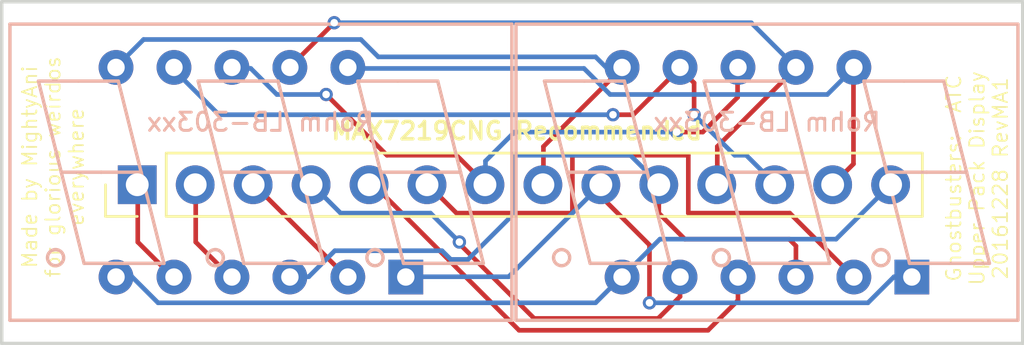
<source format=kicad_pcb>
(kicad_pcb (version 4) (host pcbnew 4.0.4-stable)

  (general
    (links 22)
    (no_connects 0)
    (area 132.924999 95.674999 177.825001 110.825001)
    (thickness 1.6)
    (drawings 8)
    (tracks 145)
    (zones 0)
    (modules 3)
    (nets 15)
  )

  (page A4)
  (layers
    (0 F.Cu signal)
    (31 B.Cu signal)
    (32 B.Adhes user)
    (33 F.Adhes user)
    (34 B.Paste user)
    (35 F.Paste user)
    (36 B.SilkS user)
    (37 F.SilkS user)
    (38 B.Mask user)
    (39 F.Mask user)
    (40 Dwgs.User user)
    (41 Cmts.User user)
    (42 Eco1.User user)
    (43 Eco2.User user)
    (44 Edge.Cuts user)
    (45 Margin user)
    (46 B.CrtYd user)
    (47 F.CrtYd user)
    (48 B.Fab user)
    (49 F.Fab user)
  )

  (setup
    (last_trace_width 0.2032)
    (trace_clearance 0.254)
    (zone_clearance 0.508)
    (zone_45_only no)
    (trace_min 0.2032)
    (segment_width 0.2)
    (edge_width 0.15)
    (via_size 0.5842)
    (via_drill 0.3302)
    (via_min_size 0.5842)
    (via_min_drill 0.3302)
    (uvia_size 0.3)
    (uvia_drill 0.1)
    (uvias_allowed no)
    (uvia_min_size 0.2)
    (uvia_min_drill 0.1)
    (pcb_text_width 0.3)
    (pcb_text_size 1.5 1.5)
    (mod_edge_width 0.15)
    (mod_text_size 1 1)
    (mod_text_width 0.15)
    (pad_size 1.524 1.524)
    (pad_drill 0.762)
    (pad_to_mask_clearance 0.2)
    (aux_axis_origin 132.9817 95.7326)
    (visible_elements 7FFFFFFF)
    (pcbplotparams
      (layerselection 0x010f0_80000001)
      (usegerberextensions true)
      (excludeedgelayer true)
      (linewidth 0.100000)
      (plotframeref false)
      (viasonmask false)
      (mode 1)
      (useauxorigin false)
      (hpglpennumber 1)
      (hpglpenspeed 20)
      (hpglpendiameter 15)
      (hpglpenoverlay 2)
      (psnegative false)
      (psa4output false)
      (plotreference true)
      (plotvalue true)
      (plotinvisibletext false)
      (padsonsilk false)
      (subtractmaskfromsilk true)
      (outputformat 1)
      (mirror false)
      (drillshape 0)
      (scaleselection 1)
      (outputdirectory GERBERS/))
  )

  (net 0 "")
  (net 1 "Net-(AFF1-Pad1)")
  (net 2 "Net-(AFF1-Pad2)")
  (net 3 "Net-(AFF1-Pad3)")
  (net 4 "Net-(AFF1-Pad4)")
  (net 5 "Net-(AFF1-Pad5)")
  (net 6 "Net-(AFF1-Pad6)")
  (net 7 "Net-(AFF1-Pad7)")
  (net 8 "Net-(AFF1-Pad8)")
  (net 9 "Net-(AFF1-Pad9)")
  (net 10 "Net-(AFF1-Pad10)")
  (net 11 "Net-(AFF1-Pad11)")
  (net 12 "Net-(AFF2-Pad2)")
  (net 13 "Net-(AFF2-Pad4)")
  (net 14 "Net-(AFF2-Pad5)")

  (net_class Default "This is the default net class."
    (clearance 0.254)
    (trace_width 0.2032)
    (via_dia 0.5842)
    (via_drill 0.3302)
    (uvia_dia 0.3)
    (uvia_drill 0.1)
    (add_net "Net-(AFF1-Pad1)")
    (add_net "Net-(AFF1-Pad10)")
    (add_net "Net-(AFF1-Pad11)")
    (add_net "Net-(AFF1-Pad2)")
    (add_net "Net-(AFF1-Pad3)")
    (add_net "Net-(AFF1-Pad4)")
    (add_net "Net-(AFF1-Pad5)")
    (add_net "Net-(AFF1-Pad6)")
    (add_net "Net-(AFF1-Pad7)")
    (add_net "Net-(AFF1-Pad8)")
    (add_net "Net-(AFF1-Pad9)")
    (add_net "Net-(AFF2-Pad2)")
    (add_net "Net-(AFF2-Pad4)")
    (add_net "Net-(AFF2-Pad5)")
  )

  (module GhostbustersReboot:MovieAccurateTopDisp (layer B.Cu) (tedit 586437F6) (tstamp 5863F075)
    (at 166.5404 103.234 180)
    (path /5863167D)
    (fp_text reference AFF1 (at -8.25 5.5 180) (layer B.SilkS) hide
      (effects (font (size 1 1) (thickness 0.15)) (justify mirror))
    )
    (fp_text value "Rohm LB-303xx" (at 0 2.2 180) (layer B.SilkS)
      (effects (font (size 0.8 0.8) (thickness 0.127)) (justify mirror))
    )
    (fp_circle (center -5 -3.75) (end -4.75 -4) (layer B.SilkS) (width 0.15))
    (fp_circle (center 2 -3.75) (end 2.25 -4) (layer B.SilkS) (width 0.15))
    (fp_circle (center 9 -3.75) (end 9.25 -4) (layer B.SilkS) (width 0.15))
    (fp_line (start -5.25 0) (end -6.25 -4) (layer B.SilkS) (width 0.15))
    (fp_line (start -8.75 0) (end -7.75 4) (layer B.SilkS) (width 0.15))
    (fp_line (start -8 -4) (end -9.75 -4) (layer B.SilkS) (width 0.15))
    (fp_line (start -7 0) (end -8.75 0) (layer B.SilkS) (width 0.15))
    (fp_line (start -6.25 -4) (end -8 -4) (layer B.SilkS) (width 0.15))
    (fp_line (start -5.25 0) (end -7 0) (layer B.SilkS) (width 0.15))
    (fp_line (start -4.25 4) (end -6 4) (layer B.SilkS) (width 0.15))
    (fp_line (start -6 4) (end -7.75 4) (layer B.SilkS) (width 0.15))
    (fp_line (start 7.75 -4) (end 8.75 0) (layer B.SilkS) (width 0.15))
    (fp_line (start 8.75 0) (end 9.75 4) (layer B.SilkS) (width 0.15))
    (fp_line (start 8.75 0) (end 7 0) (layer B.SilkS) (width 0.15))
    (fp_line (start 7.75 -4) (end 6 -4) (layer B.SilkS) (width 0.15))
    (fp_line (start 6 -4) (end 4.25 -4) (layer B.SilkS) (width 0.15))
    (fp_line (start 7 0) (end 5.25 0) (layer B.SilkS) (width 0.15))
    (fp_line (start 9.75 4) (end 8 4) (layer B.SilkS) (width 0.15))
    (fp_line (start 8 4) (end 6.25 4) (layer B.SilkS) (width 0.15))
    (fp_line (start 2.75 4) (end 0.75 -4) (layer B.SilkS) (width 0.15))
    (fp_line (start -0.75 4) (end -2.75 -4) (layer B.SilkS) (width 0.15))
    (fp_line (start -1 -4) (end 0.75 -4) (layer B.SilkS) (width 0.15))
    (fp_line (start -1 -4) (end -2.75 -4) (layer B.SilkS) (width 0.15))
    (fp_line (start 1 4) (end 2.75 4) (layer B.SilkS) (width 0.15))
    (fp_line (start 1 4) (end -0.75 4) (layer B.SilkS) (width 0.15))
    (fp_line (start 0 0) (end 1.75 0) (layer B.SilkS) (width 0.15))
    (fp_line (start 0 0) (end -1.75 0) (layer B.SilkS) (width 0.15))
    (fp_line (start -8.75 0) (end -9.75 -4) (layer B.SilkS) (width 0.15))
    (fp_line (start -5.25 0) (end -4.25 4) (layer B.SilkS) (width 0.15))
    (fp_line (start 5.25 0) (end 4.25 -4) (layer B.SilkS) (width 0.15))
    (fp_line (start 5.25 0) (end 6.25 4) (layer B.SilkS) (width 0.15))
    (fp_line (start -11 6.5) (end 11 6.5) (layer B.SilkS) (width 0.15))
    (fp_line (start 11 6.5) (end 11 -6.5) (layer B.SilkS) (width 0.15))
    (fp_line (start 11 -6.5) (end -11 -6.5) (layer B.SilkS) (width 0.15))
    (fp_line (start -11 -6.5) (end -11 6.5) (layer B.SilkS) (width 0.15))
    (pad 1 thru_hole rect (at -6.35 -4.6 180) (size 1.524 1.524) (drill 0.762) (layers *.Cu *.Mask)
      (net 1 "Net-(AFF1-Pad1)"))
    (pad 2 thru_hole circle (at -3.81 -4.6 180) (size 1.524 1.524) (drill 0.762) (layers *.Cu *.Mask)
      (net 2 "Net-(AFF1-Pad2)"))
    (pad 3 thru_hole circle (at -1.27 -4.6 180) (size 1.524 1.524) (drill 0.762) (layers *.Cu *.Mask)
      (net 3 "Net-(AFF1-Pad3)"))
    (pad 4 thru_hole circle (at 1.27 -4.6 180) (size 1.524 1.524) (drill 0.762) (layers *.Cu *.Mask)
      (net 4 "Net-(AFF1-Pad4)"))
    (pad 5 thru_hole circle (at 3.81 -4.6 180) (size 1.524 1.524) (drill 0.762) (layers *.Cu *.Mask)
      (net 5 "Net-(AFF1-Pad5)"))
    (pad 6 thru_hole circle (at 6.35 -4.6 180) (size 1.524 1.524) (drill 0.762) (layers *.Cu *.Mask)
      (net 6 "Net-(AFF1-Pad6)"))
    (pad 7 thru_hole circle (at 6.35 4.6 180) (size 1.524 1.524) (drill 0.762) (layers *.Cu *.Mask)
      (net 7 "Net-(AFF1-Pad7)"))
    (pad 8 thru_hole circle (at 3.81 4.6 180) (size 1.524 1.524) (drill 0.762) (layers *.Cu *.Mask)
      (net 8 "Net-(AFF1-Pad8)"))
    (pad 9 thru_hole circle (at 1.27 4.6 180) (size 1.524 1.524) (drill 0.762) (layers *.Cu *.Mask)
      (net 9 "Net-(AFF1-Pad9)"))
    (pad 10 thru_hole circle (at -1.27 4.6 180) (size 1.524 1.524) (drill 0.762) (layers *.Cu *.Mask)
      (net 10 "Net-(AFF1-Pad10)"))
    (pad 11 thru_hole circle (at -3.81 4.6 180) (size 1.524 1.524) (drill 0.762) (layers *.Cu *.Mask)
      (net 11 "Net-(AFF1-Pad11)"))
  )

  (module GhostbustersReboot:MovieAccurateTopDisp (layer B.Cu) (tedit 586437ED) (tstamp 5863F0A7)
    (at 144.3604 103.234 180)
    (path /58631C0E)
    (fp_text reference AFF2 (at -8.43 5.5 180) (layer B.SilkS) hide
      (effects (font (size 1 1) (thickness 0.15)) (justify mirror))
    )
    (fp_text value "Rohm LB-303xx" (at 0.02 2.2 180) (layer B.SilkS)
      (effects (font (size 0.8 0.8) (thickness 0.127)) (justify mirror))
    )
    (fp_circle (center -5 -3.75) (end -4.75 -4) (layer B.SilkS) (width 0.15))
    (fp_circle (center 2 -3.75) (end 2.25 -4) (layer B.SilkS) (width 0.15))
    (fp_circle (center 9 -3.75) (end 9.25 -4) (layer B.SilkS) (width 0.15))
    (fp_line (start -5.25 0) (end -6.25 -4) (layer B.SilkS) (width 0.15))
    (fp_line (start -8.75 0) (end -7.75 4) (layer B.SilkS) (width 0.15))
    (fp_line (start -8 -4) (end -9.75 -4) (layer B.SilkS) (width 0.15))
    (fp_line (start -7 0) (end -8.75 0) (layer B.SilkS) (width 0.15))
    (fp_line (start -6.25 -4) (end -8 -4) (layer B.SilkS) (width 0.15))
    (fp_line (start -5.25 0) (end -7 0) (layer B.SilkS) (width 0.15))
    (fp_line (start -4.25 4) (end -6 4) (layer B.SilkS) (width 0.15))
    (fp_line (start -6 4) (end -7.75 4) (layer B.SilkS) (width 0.15))
    (fp_line (start 7.75 -4) (end 8.75 0) (layer B.SilkS) (width 0.15))
    (fp_line (start 8.75 0) (end 9.75 4) (layer B.SilkS) (width 0.15))
    (fp_line (start 8.75 0) (end 7 0) (layer B.SilkS) (width 0.15))
    (fp_line (start 7.75 -4) (end 6 -4) (layer B.SilkS) (width 0.15))
    (fp_line (start 6 -4) (end 4.25 -4) (layer B.SilkS) (width 0.15))
    (fp_line (start 7 0) (end 5.25 0) (layer B.SilkS) (width 0.15))
    (fp_line (start 9.75 4) (end 8 4) (layer B.SilkS) (width 0.15))
    (fp_line (start 8 4) (end 6.25 4) (layer B.SilkS) (width 0.15))
    (fp_line (start 2.75 4) (end 0.75 -4) (layer B.SilkS) (width 0.15))
    (fp_line (start -0.75 4) (end -2.75 -4) (layer B.SilkS) (width 0.15))
    (fp_line (start -1 -4) (end 0.75 -4) (layer B.SilkS) (width 0.15))
    (fp_line (start -1 -4) (end -2.75 -4) (layer B.SilkS) (width 0.15))
    (fp_line (start 1 4) (end 2.75 4) (layer B.SilkS) (width 0.15))
    (fp_line (start 1 4) (end -0.75 4) (layer B.SilkS) (width 0.15))
    (fp_line (start 0 0) (end 1.75 0) (layer B.SilkS) (width 0.15))
    (fp_line (start 0 0) (end -1.75 0) (layer B.SilkS) (width 0.15))
    (fp_line (start -8.75 0) (end -9.75 -4) (layer B.SilkS) (width 0.15))
    (fp_line (start -5.25 0) (end -4.25 4) (layer B.SilkS) (width 0.15))
    (fp_line (start 5.25 0) (end 4.25 -4) (layer B.SilkS) (width 0.15))
    (fp_line (start 5.25 0) (end 6.25 4) (layer B.SilkS) (width 0.15))
    (fp_line (start -11 6.5) (end 11 6.5) (layer B.SilkS) (width 0.15))
    (fp_line (start 11 6.5) (end 11 -6.5) (layer B.SilkS) (width 0.15))
    (fp_line (start 11 -6.5) (end -11 -6.5) (layer B.SilkS) (width 0.15))
    (fp_line (start -11 -6.5) (end -11 6.5) (layer B.SilkS) (width 0.15))
    (pad 1 thru_hole rect (at -6.35 -4.6 180) (size 1.524 1.524) (drill 0.762) (layers *.Cu *.Mask)
      (net 1 "Net-(AFF1-Pad1)"))
    (pad 2 thru_hole circle (at -3.81 -4.6 180) (size 1.524 1.524) (drill 0.762) (layers *.Cu *.Mask)
      (net 12 "Net-(AFF2-Pad2)"))
    (pad 3 thru_hole circle (at -1.27 -4.6 180) (size 1.524 1.524) (drill 0.762) (layers *.Cu *.Mask)
      (net 3 "Net-(AFF1-Pad3)"))
    (pad 4 thru_hole circle (at 1.27 -4.6 180) (size 1.524 1.524) (drill 0.762) (layers *.Cu *.Mask)
      (net 13 "Net-(AFF2-Pad4)"))
    (pad 5 thru_hole circle (at 3.81 -4.6 180) (size 1.524 1.524) (drill 0.762) (layers *.Cu *.Mask)
      (net 14 "Net-(AFF2-Pad5)"))
    (pad 6 thru_hole circle (at 6.35 -4.6 180) (size 1.524 1.524) (drill 0.762) (layers *.Cu *.Mask)
      (net 6 "Net-(AFF1-Pad6)"))
    (pad 7 thru_hole circle (at 6.35 4.6 180) (size 1.524 1.524) (drill 0.762) (layers *.Cu *.Mask)
      (net 7 "Net-(AFF1-Pad7)"))
    (pad 8 thru_hole circle (at 3.81 4.6 180) (size 1.524 1.524) (drill 0.762) (layers *.Cu *.Mask)
      (net 8 "Net-(AFF1-Pad8)"))
    (pad 9 thru_hole circle (at 1.27 4.6 180) (size 1.524 1.524) (drill 0.762) (layers *.Cu *.Mask)
      (net 9 "Net-(AFF1-Pad9)"))
    (pad 10 thru_hole circle (at -1.27 4.6 180) (size 1.524 1.524) (drill 0.762) (layers *.Cu *.Mask)
      (net 10 "Net-(AFF1-Pad10)"))
    (pad 11 thru_hole circle (at -3.81 4.6 180) (size 1.524 1.524) (drill 0.762) (layers *.Cu *.Mask)
      (net 11 "Net-(AFF1-Pad11)"))
  )

  (module Pin_Headers:Pin_Header_Straight_1x14_Pitch2.54mm (layer F.Cu) (tedit 58643989) (tstamp 5864071E)
    (at 138.9404 103.784 90)
    (descr "Through hole straight pin header, 1x14, 2.54mm pitch, single row")
    (tags "Through hole pin header THT 1x14 2.54mm single row")
    (path /5864C996)
    (fp_text reference PH1 (at -1.8165 0.0992 180) (layer F.SilkS) hide
      (effects (font (size 0.508 0.508) (thickness 0.127)))
    )
    (fp_text value CONN_01X14 (at 2.284 30.3096 180) (layer F.Fab) hide
      (effects (font (size 1 1) (thickness 0.15)))
    )
    (fp_line (start -1.27 -1.27) (end -1.27 34.29) (layer F.Fab) (width 0.1))
    (fp_line (start -1.27 34.29) (end 1.27 34.29) (layer F.Fab) (width 0.1))
    (fp_line (start 1.27 34.29) (end 1.27 -1.27) (layer F.Fab) (width 0.1))
    (fp_line (start 1.27 -1.27) (end -1.27 -1.27) (layer F.Fab) (width 0.1))
    (fp_line (start -1.39 1.27) (end -1.39 34.41) (layer F.SilkS) (width 0.12))
    (fp_line (start -1.39 34.41) (end 1.39 34.41) (layer F.SilkS) (width 0.12))
    (fp_line (start 1.39 34.41) (end 1.39 1.27) (layer F.SilkS) (width 0.12))
    (fp_line (start 1.39 1.27) (end -1.39 1.27) (layer F.SilkS) (width 0.12))
    (fp_line (start -1.39 0) (end -1.39 -1.39) (layer F.SilkS) (width 0.12))
    (fp_line (start -1.39 -1.39) (end 0 -1.39) (layer F.SilkS) (width 0.12))
    (fp_line (start -1.6 -1.6) (end -1.6 34.6) (layer F.CrtYd) (width 0.05))
    (fp_line (start -1.6 34.6) (end 1.6 34.6) (layer F.CrtYd) (width 0.05))
    (fp_line (start 1.6 34.6) (end 1.6 -1.6) (layer F.CrtYd) (width 0.05))
    (fp_line (start 1.6 -1.6) (end -1.6 -1.6) (layer F.CrtYd) (width 0.05))
    (pad 1 thru_hole rect (at 0 0 90) (size 1.7 1.7) (drill 1) (layers *.Cu *.Mask)
      (net 14 "Net-(AFF2-Pad5)"))
    (pad 2 thru_hole oval (at 0 2.54 90) (size 1.7 1.7) (drill 1) (layers *.Cu *.Mask)
      (net 13 "Net-(AFF2-Pad4)"))
    (pad 3 thru_hole oval (at 0 5.08 90) (size 1.7 1.7) (drill 1) (layers *.Cu *.Mask)
      (net 12 "Net-(AFF2-Pad2)"))
    (pad 4 thru_hole oval (at 0 7.62 90) (size 1.7 1.7) (drill 1) (layers *.Cu *.Mask)
      (net 5 "Net-(AFF1-Pad5)"))
    (pad 5 thru_hole oval (at 0 10.16 90) (size 1.7 1.7) (drill 1) (layers *.Cu *.Mask)
      (net 4 "Net-(AFF1-Pad4)"))
    (pad 6 thru_hole oval (at 0 12.7 90) (size 1.7 1.7) (drill 1) (layers *.Cu *.Mask)
      (net 2 "Net-(AFF1-Pad2)"))
    (pad 7 thru_hole oval (at 0 15.24 90) (size 1.7 1.7) (drill 1) (layers *.Cu *.Mask)
      (net 9 "Net-(AFF1-Pad9)"))
    (pad 8 thru_hole oval (at 0 17.78 90) (size 1.7 1.7) (drill 1) (layers *.Cu *.Mask)
      (net 7 "Net-(AFF1-Pad7)"))
    (pad 9 thru_hole oval (at 0 20.32 90) (size 1.7 1.7) (drill 1) (layers *.Cu *.Mask)
      (net 1 "Net-(AFF1-Pad1)"))
    (pad 10 thru_hole oval (at 0 22.86 90) (size 1.7 1.7) (drill 1) (layers *.Cu *.Mask)
      (net 3 "Net-(AFF1-Pad3)"))
    (pad 11 thru_hole oval (at 0 25.4 90) (size 1.7 1.7) (drill 1) (layers *.Cu *.Mask)
      (net 10 "Net-(AFF1-Pad10)"))
    (pad 12 thru_hole oval (at 0 27.94 90) (size 1.7 1.7) (drill 1) (layers *.Cu *.Mask)
      (net 8 "Net-(AFF1-Pad8)"))
    (pad 13 thru_hole oval (at 0 30.48 90) (size 1.7 1.7) (drill 1) (layers *.Cu *.Mask)
      (net 11 "Net-(AFF1-Pad11)"))
    (pad 14 thru_hole oval (at 0 33.02 90) (size 1.7 1.7) (drill 1) (layers *.Cu *.Mask)
      (net 6 "Net-(AFF1-Pad6)"))
    (model Pin_Headers.3dshapes/Pin_Header_Straight_1x14_Pitch2.54mm.wrl
      (at (xyz 0 -0.65 0))
      (scale (xyz 1 1 1))
      (rotate (xyz 0 0 90))
    )
  )

  (gr_text "MAX7219CNG Recommended" (at 155.575 101.4222) (layer F.SilkS)
    (effects (font (size 0.762 0.762) (thickness 0.1524)))
  )
  (gr_text "Ghostbusters:  ATC\nUpper Pack Display\n20161228 RevMA1" (at 175.75 103.5 90) (layer F.SilkS)
    (effects (font (size 0.635 0.635) (thickness 0.0762)))
  )
  (gr_line (start 177.75 110.75) (end 133 110.75) (angle 90) (layer Edge.Cuts) (width 0.15))
  (gr_line (start 177.5 95.75) (end 177.75 95.75) (angle 90) (layer Edge.Cuts) (width 0.15))
  (gr_line (start 133 95.75) (end 177.5 95.75) (angle 90) (layer Edge.Cuts) (width 0.15))
  (gr_line (start 177.75 110.75) (end 177.75 95.75) (angle 90) (layer Edge.Cuts) (width 0.15))
  (gr_line (start 133 95.75) (end 133 110.75) (angle 90) (layer Edge.Cuts) (width 0.15))
  (gr_text "Made by MightyAni\nfor glorious weirdos\neverywhere" (at 135.25 103 90) (layer F.SilkS)
    (effects (font (size 0.635 0.635) (thickness 0.0762)))
  )

  (segment (start 161.3916 108.966) (end 170.9674 108.966) (width 0.2032) (layer B.Cu) (net 1) (status 80000))
  (segment (start 170.9674 108.966) (end 172.1104 107.823) (width 0.2032) (layer B.Cu) (net 1) (tstamp 58642337))
  (segment (start 172.8724 107.823) (end 172.1104 107.823) (width 0.2032) (layer B.Cu) (net 1) (status 80010))
  (via (at 161.3916 108.966) (size 0.5842) (layers F.Cu B.Cu) (net 1) (status 80000))
  (segment (start 161.3916 106.426) (end 161.3916 108.966) (width 0.2032) (layer F.Cu) (net 1) (tstamp 58642313))
  (segment (start 161.3916 106.426) (end 159.2604 104.2948) (width 0.2032) (layer F.Cu) (net 1) (tstamp 58642310) (status 20))
  (segment (start 159.2604 103.784) (end 159.2604 104.2948) (width 0.2032) (layer F.Cu) (net 1) (status 30))
  (segment (start 159.2604 103.784) (end 159.2834 103.759) (width 0.2032) (layer F.Cu) (net 1) (status 80030))
  (segment (start 172.8724 107.823) (end 172.8904 107.834) (width 0.2032) (layer B.Cu) (net 1) (tstamp 58642170) (status 80030))
  (segment (start 159.2604 103.784) (end 159.2834 103.759) (width 0.2032) (layer B.Cu) (net 1) (status 80030))
  (segment (start 159.2834 103.759) (end 155.2194 107.823) (width 0.2032) (layer B.Cu) (net 1) (status 80010))
  (segment (start 155.2194 107.823) (end 150.6474 107.823) (width 0.2032) (layer B.Cu) (net 1) (status 80020))
  (segment (start 150.6474 107.823) (end 150.7104 107.834) (width 0.2032) (layer B.Cu) (net 1) (tstamp 5864216E) (status 80030))
  (segment (start 151.6404 103.784) (end 151.6634 103.759) (width 0.2032) (layer F.Cu) (net 2) (status 80030))
  (segment (start 151.6634 103.759) (end 152.9334 105.029) (width 0.2032) (layer F.Cu) (net 2) (status 80010))
  (segment (start 152.9334 105.029) (end 158.0134 105.029) (width 0.2032) (layer F.Cu) (net 2) (status 80000))
  (segment (start 158.0134 105.029) (end 158.0134 102.489) (width 0.2032) (layer F.Cu) (net 2) (status 80000))
  (segment (start 158.0134 102.489) (end 163.0934 102.489) (width 0.2032) (layer F.Cu) (net 2) (status 80000))
  (segment (start 163.0934 102.489) (end 163.0934 105.029) (width 0.2032) (layer F.Cu) (net 2) (status 80000))
  (segment (start 163.0934 105.029) (end 167.5384 105.029) (width 0.2032) (layer F.Cu) (net 2) (status 80000))
  (segment (start 167.5384 105.029) (end 170.3324 107.823) (width 0.2032) (layer F.Cu) (net 2) (status 80020))
  (segment (start 170.3324 107.823) (end 170.3504 107.834) (width 0.2032) (layer F.Cu) (net 2) (tstamp 58642176) (status 80030))
  (segment (start 161.8004 103.784) (end 161.8004 105.0314) (width 0.2032) (layer F.Cu) (net 3) (status 10))
  (segment (start 167.8104 106.4694) (end 167.8104 107.834) (width 0.2032) (layer F.Cu) (net 3) (tstamp 58642A8A) (status 20))
  (segment (start 167.513 106.172) (end 167.8104 106.4694) (width 0.2032) (layer F.Cu) (net 3) (tstamp 58642A86))
  (segment (start 162.941 106.172) (end 167.513 106.172) (width 0.2032) (layer F.Cu) (net 3) (tstamp 58642A80))
  (segment (start 161.8004 105.0314) (end 162.941 106.172) (width 0.2032) (layer F.Cu) (net 3) (tstamp 58642A7A))
  (segment (start 153.4414 107.061) (end 152.6794 107.061) (width 0.2032) (layer B.Cu) (net 3))
  (segment (start 152.6794 107.061) (end 152.2984 106.68) (width 0.2032) (layer B.Cu) (net 3) (tstamp 58642364))
  (segment (start 152.2984 106.68) (end 147.5994 106.68) (width 0.2032) (layer B.Cu) (net 3))
  (segment (start 146.4564 107.823) (end 145.5674 107.823) (width 0.2032) (layer B.Cu) (net 3) (status 80020))
  (segment (start 147.5994 106.68) (end 146.4564 107.823) (width 0.2032) (layer B.Cu) (net 3) (status 80000))
  (segment (start 155.4734 105.029) (end 153.4414 107.061) (width 0.2032) (layer B.Cu) (net 3) (status 80000))
  (segment (start 155.4734 102.489) (end 155.4734 105.029) (width 0.2032) (layer B.Cu) (net 3) (status 80000))
  (segment (start 160.5534 102.489) (end 155.4734 102.489) (width 0.2032) (layer B.Cu) (net 3) (status 80000))
  (segment (start 161.8234 103.759) (end 160.5534 102.489) (width 0.2032) (layer B.Cu) (net 3) (status 80010))
  (segment (start 161.8004 103.784) (end 161.8234 103.759) (width 0.2032) (layer B.Cu) (net 3) (status 80030))
  (segment (start 145.5674 107.823) (end 145.6304 107.834) (width 0.2032) (layer B.Cu) (net 3) (tstamp 58642173) (status 80030))
  (segment (start 167.7924 107.823) (end 167.8104 107.834) (width 0.2032) (layer B.Cu) (net 3) (tstamp 5864216B) (status 80030))
  (segment (start 155.6766 110.1725) (end 163.957 110.1725) (width 0.2032) (layer F.Cu) (net 4))
  (segment (start 165.2704 108.8591) (end 165.2704 107.834) (width 0.2032) (layer F.Cu) (net 4) (tstamp 58642A45) (status 20))
  (segment (start 163.957 110.1725) (end 165.2704 108.8591) (width 0.2032) (layer F.Cu) (net 4) (tstamp 58642A43))
  (segment (start 149.1004 103.784) (end 149.3008 103.784) (width 0.2032) (layer F.Cu) (net 4) (status 30))
  (segment (start 149.3008 103.784) (end 155.6766 110.1725) (width 0.2032) (layer F.Cu) (net 4) (tstamp 586422E0) (status 10))
  (segment (start 165.2704 107.834) (end 165.2524 107.823) (width 0.2032) (layer F.Cu) (net 4) (status 80030))
  (segment (start 149.1234 103.759) (end 149.1004 103.784) (width 0.2032) (layer F.Cu) (net 4) (tstamp 58642172) (status 80030))
  (segment (start 162.7304 107.834) (end 162.7304 108.694) (width 0.2032) (layer F.Cu) (net 5) (status 10))
  (segment (start 153.0604 106.3752) (end 156.337 109.6518) (width 0.2032) (layer F.Cu) (net 5) (tstamp 586422C6))
  (segment (start 156.337 109.6518) (end 161.7726 109.6518) (width 0.2032) (layer F.Cu) (net 5) (tstamp 586422CC))
  (via (at 153.0604 106.299) (size 0.5842) (layers F.Cu B.Cu) (net 5) (status 80000))
  (segment (start 153.0604 106.299) (end 151.7904 105.029) (width 0.2032) (layer B.Cu) (net 5) (status 80000))
  (segment (start 151.7904 105.029) (end 147.8534 105.029) (width 0.2032) (layer B.Cu) (net 5) (status 80000))
  (segment (start 147.8534 105.029) (end 146.5834 103.759) (width 0.2032) (layer B.Cu) (net 5) (status 80020))
  (segment (start 153.0604 106.299) (end 153.0604 106.3752) (width 0.2032) (layer F.Cu) (net 5))
  (segment (start 162.7304 108.694) (end 161.7726 109.6518) (width 0.2032) (layer F.Cu) (net 5) (tstamp 58642A0B))
  (segment (start 162.7304 107.834) (end 162.7124 107.823) (width 0.2032) (layer F.Cu) (net 5) (status 80030))
  (segment (start 146.5834 103.759) (end 146.5604 103.784) (width 0.2032) (layer B.Cu) (net 5) (tstamp 58642171) (status 80030))
  (segment (start 169.5704 106.172) (end 161.8488 106.172) (width 0.2032) (layer B.Cu) (net 6))
  (segment (start 161.8488 106.172) (end 161.3444 106.6764) (width 0.2032) (layer B.Cu) (net 6) (tstamp 586423A6))
  (segment (start 171.9834 103.759) (end 169.5704 106.172) (width 0.2032) (layer B.Cu) (net 6) (status 80010))
  (segment (start 161.3444 106.6764) (end 161.3444 106.68) (width 0.2032) (layer B.Cu) (net 6) (tstamp 586423A7))
  (segment (start 161.3444 106.68) (end 160.1904 107.834) (width 0.2032) (layer B.Cu) (net 6) (tstamp 58642376) (status 20))
  (segment (start 159.0294 108.966) (end 139.8524 108.966) (width 0.2032) (layer B.Cu) (net 6))
  (segment (start 139.8524 108.966) (end 138.7094 107.823) (width 0.2032) (layer B.Cu) (net 6) (status 80020))
  (segment (start 171.9604 103.784) (end 171.9834 103.759) (width 0.2032) (layer B.Cu) (net 6) (status 80030))
  (segment (start 160.1724 107.823) (end 160.1904 107.834) (width 0.2032) (layer B.Cu) (net 6) (tstamp 5864216F) (status 80030))
  (segment (start 160.1904 107.834) (end 160.1724 107.823) (width 0.2032) (layer B.Cu) (net 6) (status 80030))
  (segment (start 160.1724 107.823) (end 159.0294 108.966) (width 0.2032) (layer B.Cu) (net 6) (status 80010))
  (segment (start 138.7094 107.823) (end 137.9474 107.823) (width 0.2032) (layer B.Cu) (net 6) (status 80030))
  (segment (start 137.9474 107.823) (end 138.0104 107.834) (width 0.2032) (layer B.Cu) (net 6) (tstamp 58642167) (status 80030))
  (segment (start 139.2174 97.409) (end 148.7424 97.409) (width 0.2032) (layer B.Cu) (net 7))
  (segment (start 159.5374 98.679) (end 159.0294 98.171) (width 0.2032) (layer B.Cu) (net 7) (status 80010))
  (segment (start 149.5044 98.171) (end 159.0294 98.171) (width 0.2032) (layer B.Cu) (net 7) (status 80000))
  (segment (start 148.7424 97.409) (end 149.5044 98.171) (width 0.2032) (layer B.Cu) (net 7) (status 80000))
  (segment (start 139.2174 97.409) (end 137.9474 98.679) (width 0.2032) (layer B.Cu) (net 7) (status 80020))
  (segment (start 138.0104 98.634) (end 137.9474 98.679) (width 0.2032) (layer B.Cu) (net 7) (status 80030))
  (segment (start 159.5374 98.679) (end 160.1724 98.679) (width 0.2032) (layer B.Cu) (net 7) (status 80030))
  (segment (start 160.1724 98.679) (end 160.1904 98.634) (width 0.2032) (layer B.Cu) (net 7) (tstamp 58642168) (status 80030))
  (segment (start 160.1904 98.634) (end 160.1724 98.679) (width 0.2032) (layer F.Cu) (net 7) (status 80030))
  (segment (start 160.1724 98.679) (end 156.7434 102.108) (width 0.2032) (layer F.Cu) (net 7) (status 80010))
  (segment (start 156.7434 102.108) (end 156.7434 103.759) (width 0.2032) (layer F.Cu) (net 7) (status 80020))
  (segment (start 156.7434 103.759) (end 156.7204 103.784) (width 0.2032) (layer F.Cu) (net 7) (tstamp 58642165) (status 80030))
  (segment (start 162.7304 98.634) (end 162.7124 98.679) (width 0.2032) (layer F.Cu) (net 8) (status 80030))
  (segment (start 162.7124 98.679) (end 163.3474 99.314) (width 0.2032) (layer F.Cu) (net 8) (status 80010))
  (segment (start 163.3474 99.314) (end 163.3474 100.711) (width 0.2032) (layer F.Cu) (net 8) (status 80000))
  (via (at 163.3474 100.711) (size 0.5842) (layers F.Cu B.Cu) (net 8) (status 80000))
  (segment (start 163.3474 100.711) (end 165.1254 102.489) (width 0.2032) (layer B.Cu) (net 8) (status 80000))
  (segment (start 165.1254 102.489) (end 165.6334 102.489) (width 0.2032) (layer B.Cu) (net 8) (status 80000))
  (segment (start 165.6334 102.489) (end 166.9034 103.759) (width 0.2032) (layer B.Cu) (net 8) (status 80020))
  (segment (start 166.9034 103.759) (end 166.8804 103.784) (width 0.2032) (layer B.Cu) (net 8) (tstamp 5864216D) (status 80030))
  (segment (start 140.5504 98.634) (end 140.4874 98.679) (width 0.2032) (layer B.Cu) (net 8) (status 80030))
  (segment (start 140.4874 98.679) (end 142.5194 100.711) (width 0.2032) (layer B.Cu) (net 8) (status 80010))
  (segment (start 142.5194 100.711) (end 159.7914 100.711) (width 0.2032) (layer B.Cu) (net 8) (status 80000))
  (via (at 159.7914 100.711) (size 0.5842) (layers F.Cu B.Cu) (net 8) (status 80000))
  (segment (start 159.7914 100.711) (end 160.6804 100.711) (width 0.2032) (layer F.Cu) (net 8) (status 80000))
  (segment (start 160.6804 100.711) (end 162.7124 98.679) (width 0.2032) (layer F.Cu) (net 8) (status 80020))
  (segment (start 147.2184 99.822) (end 145.0594 99.822) (width 0.2032) (layer B.Cu) (net 9))
  (segment (start 143.0274 98.679) (end 143.9164 98.679) (width 0.2032) (layer B.Cu) (net 9) (status 80010))
  (segment (start 145.0594 99.822) (end 143.9164 98.679) (width 0.2032) (layer B.Cu) (net 9) (status 80000))
  (via (at 147.2184 99.822) (size 0.5842) (layers F.Cu B.Cu) (net 9) (status 80000))
  (segment (start 149.8854 102.489) (end 147.2184 99.822) (width 0.2032) (layer F.Cu) (net 9) (status 80000))
  (segment (start 152.9334 102.489) (end 149.8854 102.489) (width 0.2032) (layer F.Cu) (net 9) (status 80000))
  (segment (start 152.9334 102.489) (end 154.2034 103.759) (width 0.2032) (layer F.Cu) (net 9) (status 80020))
  (segment (start 154.1804 103.784) (end 154.2034 103.759) (width 0.2032) (layer F.Cu) (net 9) (status 80030))
  (segment (start 143.0274 98.679) (end 143.0904 98.634) (width 0.2032) (layer B.Cu) (net 9) (tstamp 58642175) (status 80030))
  (segment (start 154.1804 103.784) (end 154.2034 103.759) (width 0.2032) (layer B.Cu) (net 9) (status 80030))
  (segment (start 154.2034 103.759) (end 154.2034 102.743) (width 0.2032) (layer B.Cu) (net 9) (status 80010))
  (segment (start 154.2034 102.743) (end 155.4734 101.473) (width 0.2032) (layer B.Cu) (net 9) (status 80000))
  (segment (start 155.4734 101.473) (end 162.5854 101.473) (width 0.2032) (layer B.Cu) (net 9) (status 80000))
  (via (at 162.5854 101.473) (size 0.5842) (layers F.Cu B.Cu) (net 9) (status 80000))
  (segment (start 162.5854 101.473) (end 163.7284 101.473) (width 0.2032) (layer F.Cu) (net 9) (status 80000))
  (segment (start 163.7284 101.473) (end 165.2524 99.949) (width 0.2032) (layer F.Cu) (net 9) (status 80000))
  (segment (start 165.2524 99.949) (end 165.2524 98.679) (width 0.2032) (layer F.Cu) (net 9) (status 80020))
  (segment (start 165.2524 98.679) (end 165.2704 98.634) (width 0.2032) (layer F.Cu) (net 9) (tstamp 58642174) (status 80030))
  (segment (start 147.574 96.6724) (end 165.8488 96.6724) (width 0.2032) (layer B.Cu) (net 10))
  (segment (start 145.5674 98.679) (end 147.574 96.6724) (width 0.2032) (layer F.Cu) (net 10) (status 80010))
  (via (at 147.574 96.6724) (size 0.5842) (layers F.Cu B.Cu) (net 10) (status 80000))
  (segment (start 165.8488 96.6724) (end 167.8104 98.634) (width 0.2032) (layer B.Cu) (net 10) (tstamp 586423F9) (status 20))
  (segment (start 167.8104 98.634) (end 167.7924 98.679) (width 0.2032) (layer B.Cu) (net 10) (status 80030))
  (segment (start 145.5674 98.679) (end 145.6304 98.634) (width 0.2032) (layer F.Cu) (net 10) (tstamp 58642169) (status 80030))
  (segment (start 167.8104 98.634) (end 167.7924 98.679) (width 0.2032) (layer F.Cu) (net 10) (status 80030))
  (segment (start 167.7924 98.679) (end 164.3634 102.108) (width 0.2032) (layer F.Cu) (net 10) (status 80010))
  (segment (start 164.3634 102.108) (end 164.3634 103.759) (width 0.2032) (layer F.Cu) (net 10) (status 80020))
  (segment (start 164.3634 103.759) (end 164.3404 103.784) (width 0.2032) (layer F.Cu) (net 10) (tstamp 58642164) (status 80030))
  (segment (start 169.1894 99.822) (end 159.6644 99.822) (width 0.2032) (layer B.Cu) (net 11))
  (segment (start 148.1074 98.679) (end 158.5214 98.679) (width 0.2032) (layer B.Cu) (net 11) (status 80010))
  (segment (start 159.6644 99.822) (end 158.5214 98.679) (width 0.2032) (layer B.Cu) (net 11) (status 80000))
  (segment (start 169.1894 99.822) (end 170.3324 98.679) (width 0.2032) (layer B.Cu) (net 11) (status 80020))
  (segment (start 170.3504 98.634) (end 170.3324 98.679) (width 0.2032) (layer B.Cu) (net 11) (status 80030))
  (segment (start 148.1074 98.679) (end 148.1704 98.634) (width 0.2032) (layer B.Cu) (net 11) (tstamp 58642166) (status 80030))
  (segment (start 169.4204 103.784) (end 169.4434 103.759) (width 0.2032) (layer F.Cu) (net 11) (status 80030))
  (segment (start 169.4434 103.759) (end 170.3324 102.87) (width 0.2032) (layer F.Cu) (net 11) (status 80010))
  (segment (start 170.3324 102.87) (end 170.3324 98.679) (width 0.2032) (layer F.Cu) (net 11) (status 80020))
  (segment (start 170.3324 98.679) (end 170.3504 98.634) (width 0.2032) (layer F.Cu) (net 11) (tstamp 58642161) (status 80030))
  (segment (start 148.1704 107.834) (end 148.1074 107.823) (width 0.2032) (layer F.Cu) (net 12) (status 80030))
  (segment (start 148.1074 107.823) (end 144.0434 103.759) (width 0.2032) (layer F.Cu) (net 12) (status 80030))
  (segment (start 144.0434 103.759) (end 144.0204 103.784) (width 0.2032) (layer F.Cu) (net 12) (tstamp 5864216C) (status 80030))
  (segment (start 143.0904 107.834) (end 143.0274 107.823) (width 0.2032) (layer F.Cu) (net 13) (status 80030))
  (segment (start 143.0274 107.823) (end 141.5034 106.299) (width 0.2032) (layer F.Cu) (net 13) (status 80010))
  (segment (start 141.5034 106.299) (end 141.5034 103.759) (width 0.2032) (layer F.Cu) (net 13) (status 80020))
  (segment (start 141.5034 103.759) (end 141.4804 103.784) (width 0.2032) (layer F.Cu) (net 13) (tstamp 58642163) (status 80030))
  (segment (start 140.5504 107.834) (end 140.4874 107.823) (width 0.2032) (layer F.Cu) (net 14) (status 80030))
  (segment (start 140.4874 107.823) (end 138.9634 106.299) (width 0.2032) (layer F.Cu) (net 14) (status 80010))
  (segment (start 138.9634 106.299) (end 138.9634 103.759) (width 0.2032) (layer F.Cu) (net 14) (status 80020))
  (segment (start 138.9634 103.759) (end 138.9404 103.784) (width 0.2032) (layer F.Cu) (net 14) (tstamp 58642162) (status 80030))

)

</source>
